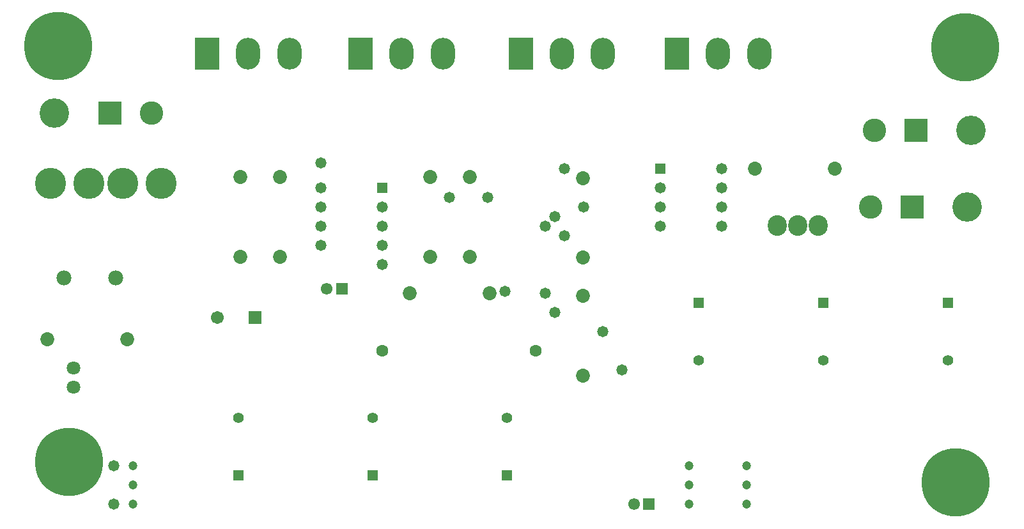
<source format=gbs>
G04 Layer_Color=16711935*
%FSLAX25Y25*%
%MOIN*%
G70*
G01*
G75*
%ADD44C,0.06312*%
%ADD45C,0.05800*%
%ADD46R,0.05800X0.05800*%
%ADD47C,0.04737*%
%ADD48C,0.07099*%
%ADD49C,0.07296*%
%ADD50C,0.05524*%
%ADD51R,0.05524X0.05524*%
%ADD52C,0.06706*%
%ADD53R,0.06706X0.06706*%
%ADD54R,0.06115X0.06115*%
%ADD55C,0.06115*%
%ADD56C,0.07800*%
%ADD57C,0.35524*%
%ADD58R,0.12611X0.16548*%
%ADD59O,0.12611X0.16548*%
%ADD60C,0.12217*%
%ADD61R,0.12217X0.12217*%
%ADD62C,0.15367*%
%ADD63C,0.16248*%
%ADD64O,0.09855X0.10800*%
D44*
X290000Y320000D02*
D03*
X370000D02*
D03*
D45*
X467000Y385000D02*
D03*
Y395000D02*
D03*
Y405000D02*
D03*
Y415000D02*
D03*
X435000Y385000D02*
D03*
Y395000D02*
D03*
Y405000D02*
D03*
X258000Y375000D02*
D03*
Y385000D02*
D03*
Y395000D02*
D03*
Y405000D02*
D03*
X290000Y375000D02*
D03*
Y385000D02*
D03*
Y395000D02*
D03*
X415000Y310000D02*
D03*
X150000Y240000D02*
D03*
Y260000D02*
D03*
X380000Y340000D02*
D03*
X405000Y330000D02*
D03*
X290000Y365000D02*
D03*
X258000Y418000D02*
D03*
X385000Y380000D02*
D03*
X395000Y395000D02*
D03*
X375000Y350000D02*
D03*
Y385000D02*
D03*
X353740Y351260D02*
D03*
X325000Y400000D02*
D03*
X380000Y390000D02*
D03*
X345000Y400000D02*
D03*
X385000Y415000D02*
D03*
D46*
X435000D02*
D03*
X290000Y405000D02*
D03*
D47*
X450000Y260000D02*
D03*
Y240000D02*
D03*
Y250000D02*
D03*
X480000Y260000D02*
D03*
Y240000D02*
D03*
Y250000D02*
D03*
X160000Y260000D02*
D03*
Y240000D02*
D03*
Y250000D02*
D03*
D48*
X129000Y301000D02*
D03*
Y311000D02*
D03*
D49*
X156768Y326000D02*
D03*
X115232D02*
D03*
X345768Y350000D02*
D03*
X304232D02*
D03*
X236500Y410768D02*
D03*
Y369232D02*
D03*
X335500Y410768D02*
D03*
Y369232D02*
D03*
X315000Y410768D02*
D03*
Y369232D02*
D03*
X394500Y410268D02*
D03*
Y368732D02*
D03*
X484232Y415000D02*
D03*
X525768D02*
D03*
X394500Y307232D02*
D03*
Y348768D02*
D03*
X216000Y410768D02*
D03*
Y369232D02*
D03*
D50*
X355000Y285000D02*
D03*
X285000D02*
D03*
X215000D02*
D03*
X585000Y315000D02*
D03*
X520000D02*
D03*
X455000D02*
D03*
D51*
X355000Y255000D02*
D03*
X285000D02*
D03*
X215000D02*
D03*
X585000Y345000D02*
D03*
X520000D02*
D03*
X455000D02*
D03*
D52*
X203815Y337500D02*
D03*
D53*
X223500D02*
D03*
D54*
X268874Y352500D02*
D03*
X428937Y240000D02*
D03*
D55*
X261000Y352500D02*
D03*
X421063Y240000D02*
D03*
D56*
X124000Y358000D02*
D03*
X151000D02*
D03*
D57*
X121000Y479000D02*
D03*
X594000Y478500D02*
D03*
X589000Y251500D02*
D03*
X126500Y262000D02*
D03*
D58*
X278543Y475000D02*
D03*
X198543D02*
D03*
X362087D02*
D03*
X443543D02*
D03*
D59*
X300000D02*
D03*
X321457D02*
D03*
X220000D02*
D03*
X241457D02*
D03*
X383543D02*
D03*
X405000D02*
D03*
X465000D02*
D03*
X486457D02*
D03*
D60*
X169394Y444000D02*
D03*
X544606Y395000D02*
D03*
X546535Y435000D02*
D03*
D61*
X147740Y444000D02*
D03*
X566260Y395000D02*
D03*
X568189Y435000D02*
D03*
D62*
X119000Y444000D02*
D03*
X595000Y395000D02*
D03*
X596929Y435000D02*
D03*
D63*
X136784Y407500D02*
D03*
X154500D02*
D03*
X116705Y407500D02*
D03*
X174579Y407500D02*
D03*
D64*
X517130Y385500D02*
D03*
X506500D02*
D03*
X495870D02*
D03*
M02*

</source>
